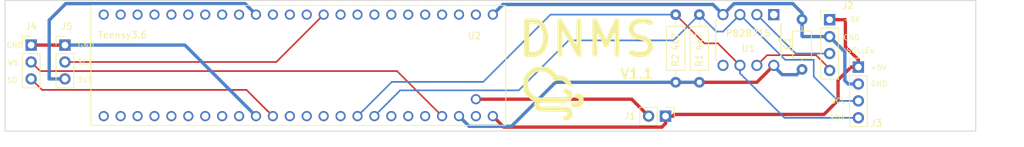
<source format=kicad_pcb>
(kicad_pcb (version 20171130) (host pcbnew "(5.1.2)-2")

  (general
    (thickness 1.6)
    (drawings 21)
    (tracks 96)
    (zones 0)
    (modules 13)
    (nets 52)
  )

  (page A4)
  (title_block
    (title "DNMS - Digital Noise Maesurement Sensor")
    (date 2019-06-09)
    (rev 0.9.0)
  )

  (layers
    (0 F.Cu signal)
    (31 B.Cu signal)
    (32 B.Adhes user)
    (33 F.Adhes user)
    (34 B.Paste user)
    (35 F.Paste user)
    (36 B.SilkS user)
    (37 F.SilkS user)
    (38 B.Mask user)
    (39 F.Mask user)
    (40 Dwgs.User user)
    (41 Cmts.User user)
    (42 Eco1.User user)
    (43 Eco2.User user)
    (44 Edge.Cuts user)
    (45 Margin user)
    (46 B.CrtYd user)
    (47 F.CrtYd user)
    (48 B.Fab user)
    (49 F.Fab user)
  )

  (setup
    (last_trace_width 0.5)
    (user_trace_width 0.5)
    (trace_clearance 0.2)
    (zone_clearance 0.508)
    (zone_45_only no)
    (trace_min 0.2)
    (via_size 0.8)
    (via_drill 0.4)
    (via_min_size 0.4)
    (via_min_drill 0.3)
    (uvia_size 0.3)
    (uvia_drill 0.1)
    (uvias_allowed no)
    (uvia_min_size 0.2)
    (uvia_min_drill 0.1)
    (edge_width 0.05)
    (segment_width 0.2)
    (pcb_text_width 0.3)
    (pcb_text_size 1.5 1.5)
    (mod_edge_width 0.12)
    (mod_text_size 1 1)
    (mod_text_width 0.15)
    (pad_size 1.524 1.524)
    (pad_drill 0.762)
    (pad_to_mask_clearance 0.051)
    (solder_mask_min_width 0.25)
    (aux_axis_origin 60.8584 94.1832)
    (visible_elements 7FFFFFFF)
    (pcbplotparams
      (layerselection 0x010fc_ffffffff)
      (usegerberextensions false)
      (usegerberattributes false)
      (usegerberadvancedattributes false)
      (creategerberjobfile false)
      (excludeedgelayer true)
      (linewidth 0.100000)
      (plotframeref false)
      (viasonmask false)
      (mode 1)
      (useauxorigin false)
      (hpglpennumber 1)
      (hpglpenspeed 20)
      (hpglpendiameter 15.000000)
      (psnegative false)
      (psa4output false)
      (plotreference true)
      (plotvalue true)
      (plotinvisibletext false)
      (padsonsilk false)
      (subtractmaskfromsilk false)
      (outputformat 1)
      (mirror false)
      (drillshape 0)
      (scaleselection 1)
      (outputdirectory "Gerber/"))
  )

  (net 0 "")
  (net 1 GND)
  (net 2 +3V3)
  (net 3 "Net-(J1-Pad2)")
  (net 4 +5V)
  (net 5 SDA_Ex)
  (net 6 SCL_Ex)
  (net 7 SDA)
  (net 8 SCL)
  (net 9 SD)
  (net 10 WS)
  (net 11 SCK)
  (net 12 "Net-(U1-Pad5)")
  (net 13 "Net-(U1-Pad1)")
  (net 14 "Net-(U2-Pad0)")
  (net 15 "Net-(U2-Pad1)")
  (net 16 "Net-(U2-Pad2)")
  (net 17 "Net-(U2-Pad3)")
  (net 18 "Net-(U2-Pad4)")
  (net 19 "Net-(U2-Pad5)")
  (net 20 "Net-(U2-Pad6)")
  (net 21 "Net-(U2-Pad7)")
  (net 22 "Net-(U2-Pad8)")
  (net 23 "Net-(U2-Pad10)")
  (net 24 "Net-(U2-Pad11)")
  (net 25 "Net-(U2-Pad12)")
  (net 26 "Net-(U2-Pad24)")
  (net 27 "Net-(U2-Pad14)")
  (net 28 "Net-(U2-Pad15)")
  (net 29 "Net-(U2-Pad16)")
  (net 30 "Net-(U2-Pad17)")
  (net 31 "Net-(U2-Pad20)")
  (net 32 "Net-(U2-Pad21)")
  (net 33 "Net-(U2-Pad22)")
  (net 34 "Net-(U2-PadAGND)")
  (net 35 "Net-(U2-Pad25)")
  (net 36 "Net-(U2-Pad26)")
  (net 37 "Net-(U2-Pad27)")
  (net 38 "Net-(U2-Pad28)")
  (net 39 "Net-(U2-Pad29)")
  (net 40 "Net-(U2-Pad30)")
  (net 41 "Net-(U2-Pad31)")
  (net 42 "Net-(U2-Pad32)")
  (net 43 "Net-(U2-PadA22)")
  (net 44 "Net-(U2-PadA21)")
  (net 45 "Net-(U2-Pad33)")
  (net 46 "Net-(U2-Pad34)")
  (net 47 "Net-(U2-Pad35)")
  (net 48 "Net-(U2-Pad36)")
  (net 49 "Net-(U2-Pad37)")
  (net 50 "Net-(U2-Pad38)")
  (net 51 "Net-(U2-Pad39)")

  (net_class Default "Dies ist die voreingestellte Netzklasse."
    (clearance 0.2)
    (trace_width 0.25)
    (via_dia 0.8)
    (via_drill 0.4)
    (uvia_dia 0.3)
    (uvia_drill 0.1)
    (add_net +3V3)
    (add_net +5V)
    (add_net GND)
    (add_net "Net-(J1-Pad2)")
    (add_net "Net-(U1-Pad1)")
    (add_net "Net-(U1-Pad5)")
    (add_net "Net-(U2-Pad0)")
    (add_net "Net-(U2-Pad1)")
    (add_net "Net-(U2-Pad10)")
    (add_net "Net-(U2-Pad11)")
    (add_net "Net-(U2-Pad12)")
    (add_net "Net-(U2-Pad14)")
    (add_net "Net-(U2-Pad15)")
    (add_net "Net-(U2-Pad16)")
    (add_net "Net-(U2-Pad17)")
    (add_net "Net-(U2-Pad2)")
    (add_net "Net-(U2-Pad20)")
    (add_net "Net-(U2-Pad21)")
    (add_net "Net-(U2-Pad22)")
    (add_net "Net-(U2-Pad24)")
    (add_net "Net-(U2-Pad25)")
    (add_net "Net-(U2-Pad26)")
    (add_net "Net-(U2-Pad27)")
    (add_net "Net-(U2-Pad28)")
    (add_net "Net-(U2-Pad29)")
    (add_net "Net-(U2-Pad3)")
    (add_net "Net-(U2-Pad30)")
    (add_net "Net-(U2-Pad31)")
    (add_net "Net-(U2-Pad32)")
    (add_net "Net-(U2-Pad33)")
    (add_net "Net-(U2-Pad34)")
    (add_net "Net-(U2-Pad35)")
    (add_net "Net-(U2-Pad36)")
    (add_net "Net-(U2-Pad37)")
    (add_net "Net-(U2-Pad38)")
    (add_net "Net-(U2-Pad39)")
    (add_net "Net-(U2-Pad4)")
    (add_net "Net-(U2-Pad5)")
    (add_net "Net-(U2-Pad6)")
    (add_net "Net-(U2-Pad7)")
    (add_net "Net-(U2-Pad8)")
    (add_net "Net-(U2-PadA21)")
    (add_net "Net-(U2-PadA22)")
    (add_net "Net-(U2-PadAGND)")
    (add_net SCK)
    (add_net SCL)
    (add_net SCL_Ex)
    (add_net SD)
    (add_net SDA)
    (add_net SDA_Ex)
    (add_net WS)
  )

  (module Teensy3.6:Teensy3.6 (layer F.Cu) (tedit 5CFF84C8) (tstamp 5CFE477A)
    (at 104.88262 84.328 270)
    (path /5CFA9E92)
    (fp_text reference U2 (at -4.445 -26.43538 180) (layer F.SilkS)
      (effects (font (size 1 1) (thickness 0.15)))
    )
    (fp_text value Teensy3.6 (at -4.572 26.39662) (layer F.SilkS)
      (effects (font (size 1 1) (thickness 0.15)))
    )
    (fp_line (start -9 31.15) (end -9 -31.15) (layer Eco2.User) (width 0.127))
    (fp_line (start -9 -31.15) (end 9 -31.15) (layer Eco2.User) (width 0.127))
    (fp_line (start 9 -31.15) (end 9 31.15) (layer Eco2.User) (width 0.127))
    (fp_line (start 9 31.15) (end -9 31.15) (layer Eco2.User) (width 0.127))
    (fp_line (start -9 -31.15) (end -9 31.15) (layer F.SilkS) (width 0.127))
    (fp_line (start -9 31.15) (end 9 31.15) (layer F.SilkS) (width 0.127))
    (fp_line (start 9 31.15) (end 9 -31.15) (layer F.SilkS) (width 0.127))
    (fp_line (start 9 -31.15) (end -9 -31.15) (layer F.SilkS) (width 0.127))
    (fp_line (start -9.25 -31.4) (end 9.25 -31.4) (layer Eco1.User) (width 0.05))
    (fp_line (start 9.25 -31.4) (end 9.25 31.4) (layer Eco1.User) (width 0.05))
    (fp_line (start 9.25 31.4) (end -9.25 31.4) (layer Eco1.User) (width 0.05))
    (fp_line (start -9.25 31.4) (end -9.25 -31.4) (layer Eco1.User) (width 0.05))
    (fp_line (start -3.5 -31.1) (end -3.5 -28.4) (layer Eco2.User) (width 0.1524))
    (fp_line (start -3.5 -28.4) (end 3.4 -28.4) (layer Eco2.User) (width 0.1524))
    (fp_line (start 3.4 -28.4) (end 3.5 -28.4) (layer F.SilkS) (width 0.1524))
    (fp_line (start 3.5 -28.4) (end 3.5 -31.1) (layer Eco2.User) (width 0.1524))
    (pad GND_1 thru_hole circle (at -7.62 -29.21 270) (size 1.53 1.53) (drill 1.02) (layers *.Cu *.Mask)
      (net 1 GND))
    (pad 0 thru_hole circle (at -7.62 -26.67 270) (size 1.53 1.53) (drill 1.02) (layers *.Cu *.Mask)
      (net 14 "Net-(U2-Pad0)"))
    (pad 1 thru_hole circle (at -7.62 -24.13 270) (size 1.53 1.53) (drill 1.02) (layers *.Cu *.Mask)
      (net 15 "Net-(U2-Pad1)"))
    (pad 2 thru_hole circle (at -7.62 -21.59 270) (size 1.53 1.53) (drill 1.02) (layers *.Cu *.Mask)
      (net 16 "Net-(U2-Pad2)"))
    (pad 3 thru_hole circle (at -7.62 -19.05 270) (size 1.53 1.53) (drill 1.02) (layers *.Cu *.Mask)
      (net 17 "Net-(U2-Pad3)"))
    (pad 4 thru_hole circle (at -7.62 -16.51 270) (size 1.53 1.53) (drill 1.02) (layers *.Cu *.Mask)
      (net 18 "Net-(U2-Pad4)"))
    (pad 5 thru_hole circle (at -7.62 -13.97 270) (size 1.53 1.53) (drill 1.02) (layers *.Cu *.Mask)
      (net 19 "Net-(U2-Pad5)"))
    (pad 6 thru_hole circle (at -7.62 -11.43 270) (size 1.53 1.53) (drill 1.02) (layers *.Cu *.Mask)
      (net 20 "Net-(U2-Pad6)"))
    (pad 7 thru_hole circle (at -7.62 -8.89 270) (size 1.53 1.53) (drill 1.02) (layers *.Cu *.Mask)
      (net 21 "Net-(U2-Pad7)"))
    (pad 8 thru_hole circle (at -7.62 -6.35 270) (size 1.53 1.53) (drill 1.02) (layers *.Cu *.Mask)
      (net 22 "Net-(U2-Pad8)"))
    (pad 9 thru_hole circle (at -7.62 -3.81 270) (size 1.53 1.53) (drill 1.02) (layers *.Cu *.Mask)
      (net 11 SCK))
    (pad 10 thru_hole circle (at -7.62 -1.27 270) (size 1.53 1.53) (drill 1.02) (layers *.Cu *.Mask)
      (net 23 "Net-(U2-Pad10)"))
    (pad 11 thru_hole circle (at -7.62 1.27 270) (size 1.53 1.53) (drill 1.02) (layers *.Cu *.Mask)
      (net 24 "Net-(U2-Pad11)"))
    (pad 12 thru_hole circle (at -7.62 3.81 270) (size 1.53 1.53) (drill 1.02) (layers *.Cu *.Mask)
      (net 25 "Net-(U2-Pad12)"))
    (pad 3V3_1 thru_hole circle (at -7.62 6.35 270) (size 1.53 1.53) (drill 1.02) (layers *.Cu *.Mask)
      (net 2 +3V3))
    (pad 24 thru_hole circle (at -7.62 8.89 270) (size 1.53 1.53) (drill 1.02) (layers *.Cu *.Mask)
      (net 26 "Net-(U2-Pad24)"))
    (pad 13 thru_hole circle (at 7.62 3.81 270) (size 1.53 1.53) (drill 1.02) (layers *.Cu *.Mask)
      (net 9 SD))
    (pad 14 thru_hole circle (at 7.62 1.27 270) (size 1.53 1.53) (drill 1.02) (layers *.Cu *.Mask)
      (net 27 "Net-(U2-Pad14)"))
    (pad 15 thru_hole circle (at 7.62 -1.27 270) (size 1.53 1.53) (drill 1.02) (layers *.Cu *.Mask)
      (net 28 "Net-(U2-Pad15)"))
    (pad 16 thru_hole circle (at 7.62 -3.81 270) (size 1.53 1.53) (drill 1.02) (layers *.Cu *.Mask)
      (net 29 "Net-(U2-Pad16)"))
    (pad 17 thru_hole circle (at 7.62 -6.35 270) (size 1.53 1.53) (drill 1.02) (layers *.Cu *.Mask)
      (net 30 "Net-(U2-Pad17)"))
    (pad 18 thru_hole circle (at 7.62 -8.89 270) (size 1.53 1.53) (drill 1.02) (layers *.Cu *.Mask)
      (net 7 SDA))
    (pad 19 thru_hole circle (at 7.62 -11.43 270) (size 1.53 1.53) (drill 1.02) (layers *.Cu *.Mask)
      (net 8 SCL))
    (pad 20 thru_hole circle (at 7.62 -13.97 270) (size 1.53 1.53) (drill 1.02) (layers *.Cu *.Mask)
      (net 31 "Net-(U2-Pad20)"))
    (pad 21 thru_hole circle (at 7.62 -16.51 270) (size 1.53 1.53) (drill 1.02) (layers *.Cu *.Mask)
      (net 32 "Net-(U2-Pad21)"))
    (pad 22 thru_hole circle (at 7.62 -19.05 270) (size 1.53 1.53) (drill 1.02) (layers *.Cu *.Mask)
      (net 33 "Net-(U2-Pad22)"))
    (pad 23 thru_hole circle (at 7.62 -21.59 270) (size 1.53 1.53) (drill 1.02) (layers *.Cu *.Mask)
      (net 10 WS))
    (pad 3V3_2 thru_hole circle (at 7.62 -24.13 270) (size 1.53 1.53) (drill 1.02) (layers *.Cu *.Mask)
      (net 2 +3V3))
    (pad AGND thru_hole circle (at 7.62 -26.67 270) (size 1.53 1.53) (drill 1.02) (layers *.Cu *.Mask)
      (net 34 "Net-(U2-PadAGND)"))
    (pad VIN thru_hole circle (at 7.62 -29.21 270) (size 1.53 1.53) (drill 1.02) (layers *.Cu *.Mask)
      (net 4 +5V))
    (pad 25 thru_hole circle (at -7.62 11.43 270) (size 1.53 1.53) (drill 1.02) (layers *.Cu *.Mask)
      (net 35 "Net-(U2-Pad25)"))
    (pad 26 thru_hole circle (at -7.62 13.97 270) (size 1.53 1.53) (drill 1.02) (layers *.Cu *.Mask)
      (net 36 "Net-(U2-Pad26)"))
    (pad 27 thru_hole circle (at -7.62 16.51 270) (size 1.53 1.53) (drill 1.02) (layers *.Cu *.Mask)
      (net 37 "Net-(U2-Pad27)"))
    (pad 28 thru_hole circle (at -7.62 19.05 270) (size 1.53 1.53) (drill 1.02) (layers *.Cu *.Mask)
      (net 38 "Net-(U2-Pad28)"))
    (pad 29 thru_hole circle (at -7.62 21.59 270) (size 1.53 1.53) (drill 1.02) (layers *.Cu *.Mask)
      (net 39 "Net-(U2-Pad29)"))
    (pad 30 thru_hole circle (at -7.62 24.13 270) (size 1.53 1.53) (drill 1.02) (layers *.Cu *.Mask)
      (net 40 "Net-(U2-Pad30)"))
    (pad 31 thru_hole circle (at -7.62 26.67 270) (size 1.53 1.53) (drill 1.02) (layers *.Cu *.Mask)
      (net 41 "Net-(U2-Pad31)"))
    (pad 32 thru_hole circle (at -7.62 29.21 270) (size 1.53 1.53) (drill 1.02) (layers *.Cu *.Mask)
      (net 42 "Net-(U2-Pad32)"))
    (pad GND_2 thru_hole circle (at 7.62 6.35 270) (size 1.53 1.53) (drill 1.02) (layers *.Cu *.Mask)
      (net 1 GND))
    (pad A22 thru_hole circle (at 7.62 8.89 270) (size 1.53 1.53) (drill 1.02) (layers *.Cu *.Mask)
      (net 43 "Net-(U2-PadA22)"))
    (pad A21 thru_hole circle (at 7.62 11.43 270) (size 1.53 1.53) (drill 1.02) (layers *.Cu *.Mask)
      (net 44 "Net-(U2-PadA21)"))
    (pad 33 thru_hole circle (at 7.62 29.21 270) (size 1.53 1.53) (drill 1.02) (layers *.Cu *.Mask)
      (net 45 "Net-(U2-Pad33)"))
    (pad 34 thru_hole circle (at 7.62 26.67 270) (size 1.53 1.53) (drill 1.02) (layers *.Cu *.Mask)
      (net 46 "Net-(U2-Pad34)"))
    (pad 35 thru_hole circle (at 7.62 24.13 270) (size 1.53 1.53) (drill 1.02) (layers *.Cu *.Mask)
      (net 47 "Net-(U2-Pad35)"))
    (pad 36 thru_hole circle (at 7.62 21.59 270) (size 1.53 1.53) (drill 1.02) (layers *.Cu *.Mask)
      (net 48 "Net-(U2-Pad36)"))
    (pad 37 thru_hole circle (at 7.62 19.05 270) (size 1.53 1.53) (drill 1.02) (layers *.Cu *.Mask)
      (net 49 "Net-(U2-Pad37)"))
    (pad 38 thru_hole circle (at 7.62 16.51 270) (size 1.53 1.53) (drill 1.02) (layers *.Cu *.Mask)
      (net 50 "Net-(U2-Pad38)"))
    (pad 39 thru_hole circle (at 7.62 13.97 270) (size 1.53 1.53) (drill 1.02) (layers *.Cu *.Mask)
      (net 51 "Net-(U2-Pad39)"))
    (pad VUSB thru_hole circle (at 5.08 -26.67 270) (size 1.524 1.524) (drill 1.02) (layers *.Cu *.Mask)
      (net 3 "Net-(J1-Pad2)"))
  )

  (module Capacitor_THT:C_Axial_L3.8mm_D2.6mm_P7.50mm_Horizontal (layer F.Cu) (tedit 5AE50EF0) (tstamp 5CFE465A)
    (at 180.5178 84.9376 90)
    (descr "C, Axial series, Axial, Horizontal, pin pitch=7.5mm, , length*diameter=3.8*2.6mm^2, http://www.vishay.com/docs/45231/arseries.pdf")
    (tags "C Axial series Axial Horizontal pin pitch 7.5mm  length 3.8mm diameter 2.6mm")
    (path /5CFC928F)
    (fp_text reference C1 (at 3.9116 -2.2098 90) (layer F.SilkS)
      (effects (font (size 1 1) (thickness 0.15)))
    )
    (fp_text value 100nF (at 3.75 2.42 90) (layer F.Fab)
      (effects (font (size 1 1) (thickness 0.15)))
    )
    (fp_text user %R (at 3.75 0 90) (layer F.Fab)
      (effects (font (size 0.76 0.76) (thickness 0.114)))
    )
    (fp_line (start 8.55 -1.55) (end -1.05 -1.55) (layer F.CrtYd) (width 0.05))
    (fp_line (start 8.55 1.55) (end 8.55 -1.55) (layer F.CrtYd) (width 0.05))
    (fp_line (start -1.05 1.55) (end 8.55 1.55) (layer F.CrtYd) (width 0.05))
    (fp_line (start -1.05 -1.55) (end -1.05 1.55) (layer F.CrtYd) (width 0.05))
    (fp_line (start 6.46 0) (end 5.77 0) (layer F.SilkS) (width 0.12))
    (fp_line (start 1.04 0) (end 1.73 0) (layer F.SilkS) (width 0.12))
    (fp_line (start 5.77 -1.42) (end 1.73 -1.42) (layer F.SilkS) (width 0.12))
    (fp_line (start 5.77 1.42) (end 5.77 -1.42) (layer F.SilkS) (width 0.12))
    (fp_line (start 1.73 1.42) (end 5.77 1.42) (layer F.SilkS) (width 0.12))
    (fp_line (start 1.73 -1.42) (end 1.73 1.42) (layer F.SilkS) (width 0.12))
    (fp_line (start 7.5 0) (end 5.65 0) (layer F.Fab) (width 0.1))
    (fp_line (start 0 0) (end 1.85 0) (layer F.Fab) (width 0.1))
    (fp_line (start 5.65 -1.3) (end 1.85 -1.3) (layer F.Fab) (width 0.1))
    (fp_line (start 5.65 1.3) (end 5.65 -1.3) (layer F.Fab) (width 0.1))
    (fp_line (start 1.85 1.3) (end 5.65 1.3) (layer F.Fab) (width 0.1))
    (fp_line (start 1.85 -1.3) (end 1.85 1.3) (layer F.Fab) (width 0.1))
    (pad 2 thru_hole oval (at 7.5 0 90) (size 1.6 1.6) (drill 0.8) (layers *.Cu *.Mask)
      (net 1 GND))
    (pad 1 thru_hole circle (at 0 0 90) (size 1.6 1.6) (drill 0.8) (layers *.Cu *.Mask)
      (net 2 +3V3))
    (model ${KISYS3DMOD}/Capacitor_THT.3dshapes/C_Axial_L3.8mm_D2.6mm_P7.50mm_Horizontal.wrl
      (at (xyz 0 0 0))
      (scale (xyz 1 1 1))
      (rotate (xyz 0 0 0))
    )
  )

  (module "logos eigene:logo luftdaten.info" (layer F.Cu) (tedit 0) (tstamp 5D0421AC)
    (at 143.1798 88.5698)
    (fp_text reference G*** (at 0 0) (layer F.SilkS) hide
      (effects (font (size 1.524 1.524) (thickness 0.3)))
    )
    (fp_text value LOGO (at 0.75 0) (layer F.SilkS) hide
      (effects (font (size 1.524 1.524) (thickness 0.3)))
    )
    (fp_poly (pts (xy 3.755629 -0.03606) (xy 3.871683 0.002212) (xy 4.097614 0.110327) (xy 4.27774 0.249729)
      (xy 4.426716 0.4323) (xy 4.453253 0.473728) (xy 4.487682 0.540871) (xy 4.51058 0.619788)
      (xy 4.525016 0.726784) (xy 4.53406 0.878168) (xy 4.535286 0.909596) (xy 4.537266 1.113001)
      (xy 4.523232 1.270547) (xy 4.488965 1.398772) (xy 4.430247 1.514211) (xy 4.354285 1.61925)
      (xy 4.273477 1.716965) (xy 4.206338 1.784904) (xy 4.131735 1.840592) (xy 4.028534 1.901555)
      (xy 3.984625 1.925804) (xy 3.916944 1.960762) (xy 3.854035 1.985235) (xy 3.782166 2.001411)
      (xy 3.687606 2.011476) (xy 3.556626 2.017619) (xy 3.381375 2.021907) (xy 3.214459 2.023229)
      (xy 3.065978 2.020556) (xy 2.949677 2.014413) (xy 2.879303 2.005325) (xy 2.869822 2.002375)
      (xy 2.766293 1.926587) (xy 2.696847 1.812856) (xy 2.665267 1.679046) (xy 2.675339 1.54302)
      (xy 2.730848 1.422644) (xy 2.743613 1.406707) (xy 2.779182 1.368688) (xy 2.817056 1.342664)
      (xy 2.870169 1.325585) (xy 2.951458 1.314403) (xy 3.073859 1.306066) (xy 3.196051 1.300052)
      (xy 3.411253 1.285932) (xy 3.570859 1.263741) (xy 3.682656 1.229282) (xy 3.754431 1.178355)
      (xy 3.793968 1.106763) (xy 3.809054 1.010307) (xy 3.81 0.969019) (xy 3.783001 0.849033)
      (xy 3.711114 0.755944) (xy 3.608001 0.704322) (xy 3.556326 0.6985) (xy 3.456787 0.680598)
      (xy 3.37232 0.64295) (xy 3.261692 0.556816) (xy 3.20078 0.464004) (xy 3.177515 0.343179)
      (xy 3.176056 0.295999) (xy 3.179689 0.19416) (xy 3.200443 0.128176) (xy 3.250616 0.070586)
      (xy 3.293359 0.034061) (xy 3.424075 -0.040845) (xy 3.575947 -0.064097) (xy 3.755629 -0.03606)) (layer F.SilkS) (width 0.01))
    (fp_poly (pts (xy -1.565841 -4.056015) (xy -1.317239 -4.033177) (xy -1.102881 -3.99716) (xy -0.934086 -3.949639)
      (xy -0.867104 -3.920432) (xy -0.797179 -3.887719) (xy -0.752941 -3.873703) (xy -0.752584 -3.873696)
      (xy -0.715556 -3.858675) (xy -0.637565 -3.818604) (xy -0.532343 -3.760689) (xy -0.475401 -3.72821)
      (xy -0.253398 -3.580766) (xy -0.030355 -3.398154) (xy 0.175131 -3.197431) (xy 0.34446 -2.995651)
      (xy 0.383087 -2.940949) (xy 0.519954 -2.737653) (xy 0.823539 -2.739073) (xy 1.014446 -2.733309)
      (xy 1.20223 -2.715883) (xy 1.370061 -2.689217) (xy 1.501108 -2.655731) (xy 1.553857 -2.634019)
      (xy 1.610256 -2.606371) (xy 1.69982 -2.56433) (xy 1.757984 -2.537605) (xy 1.837339 -2.494252)
      (xy 1.940192 -2.42819) (xy 2.054325 -2.348565) (xy 2.167518 -2.264525) (xy 2.267553 -2.185219)
      (xy 2.342211 -2.119793) (xy 2.379273 -2.077397) (xy 2.38125 -2.070981) (xy 2.40089 -2.033861)
      (xy 2.448955 -1.974336) (xy 2.45675 -1.965803) (xy 2.521468 -1.880933) (xy 2.597253 -1.759371)
      (xy 2.674097 -1.62) (xy 2.741994 -1.481701) (xy 2.790935 -1.363357) (xy 2.808698 -1.30175)
      (xy 2.833377 -1.203367) (xy 2.86406 -1.120519) (xy 2.864688 -1.119236) (xy 2.886783 -1.054635)
      (xy 2.867193 -1.030406) (xy 2.802934 -1.046014) (xy 2.708902 -1.091298) (xy 2.53708 -1.178586)
      (xy 2.398713 -1.237767) (xy 2.274544 -1.27614) (xy 2.162556 -1.29836) (xy 2.041375 -1.327808)
      (xy 1.966039 -1.374101) (xy 1.94397 -1.400486) (xy 1.810212 -1.570327) (xy 1.660971 -1.709484)
      (xy 1.480606 -1.83019) (xy 1.253473 -1.944683) (xy 1.241223 -1.950189) (xy 1.17739 -1.964837)
      (xy 1.068048 -1.976347) (xy 0.931167 -1.983173) (xy 0.844348 -1.984375) (xy 0.670975 -1.980877)
      (xy 0.537741 -1.96662) (xy 0.421488 -1.935964) (xy 0.29906 -1.883267) (xy 0.185601 -1.823898)
      (xy 0.114318 -1.787958) (xy 0.079266 -1.790568) (xy 0.061894 -1.8412) (xy 0.053405 -1.891403)
      (xy 0.01843 -2.014279) (xy -0.047127 -2.167826) (xy -0.133581 -2.333613) (xy -0.231245 -2.493214)
      (xy -0.330431 -2.6282) (xy -0.339618 -2.639117) (xy -0.510617 -2.816014) (xy -0.702193 -2.975248)
      (xy -0.894285 -3.100954) (xy -0.976772 -3.142915) (xy -1.07413 -3.187951) (xy -1.153631 -3.226032)
      (xy -1.180027 -3.239382) (xy -1.280464 -3.274188) (xy -1.42871 -3.301735) (xy -1.609323 -3.320406)
      (xy -1.806865 -3.328584) (xy -1.997896 -3.325072) (xy -2.305222 -3.290357) (xy -2.576341 -3.216353)
      (xy -2.828832 -3.097527) (xy -2.940375 -3.028412) (xy -3.061828 -2.935862) (xy -3.194129 -2.815978)
      (xy -3.322256 -2.684331) (xy -3.431189 -2.556494) (xy -3.505907 -2.448037) (xy -3.513079 -2.434708)
      (xy -3.552731 -2.363105) (xy -3.582016 -2.320158) (xy -3.584541 -2.31775) (xy -3.610798 -2.275609)
      (xy -3.64871 -2.190338) (xy -3.691605 -2.079605) (xy -3.732813 -1.961079) (xy -3.765663 -1.852429)
      (xy -3.776329 -1.80975) (xy -3.795904 -1.679014) (xy -3.805599 -1.516921) (xy -3.806202 -1.338013)
      (xy -3.798498 -1.156836) (xy -3.783273 -0.987934) (xy -3.761314 -0.845849) (xy -3.733405 -0.745126)
      (xy -3.717138 -0.714375) (xy -3.690876 -0.665198) (xy -3.656907 -0.585669) (xy -3.651436 -0.5715)
      (xy -3.540224 -0.350186) (xy -3.380036 -0.129409) (xy -3.183927 0.076703) (xy -2.964951 0.254024)
      (xy -2.788576 0.36226) (xy -2.700445 0.408342) (xy -2.620261 0.44814) (xy -2.542816 0.482114)
      (xy -2.462902 0.510726) (xy -2.375312 0.534436) (xy -2.27484 0.553704) (xy -2.156276 0.568992)
      (xy -2.014414 0.580759) (xy -1.844047 0.589466) (xy -1.639966 0.595575) (xy -1.396965 0.599545)
      (xy -1.109836 0.601837) (xy -0.773371 0.602912) (xy -0.382364 0.60323) (xy -0.064116 0.60325)
      (xy 1.959227 0.60325) (xy 2.043238 0.525391) (xy 2.101492 0.453931) (xy 2.124914 0.366812)
      (xy 2.12725 0.308675) (xy 2.104708 0.17746) (xy 2.034799 0.08526) (xy 1.914092 0.028537)
      (xy 1.841143 0.013471) (xy 1.683199 -0.04006) (xy 1.595437 -0.10547) (xy 1.531721 -0.174535)
      (xy 1.501541 -0.241854) (xy 1.493322 -0.336666) (xy 1.493306 -0.363416) (xy 1.510159 -0.504076)
      (xy 1.565616 -0.6062) (xy 1.67029 -0.686096) (xy 1.719859 -0.711514) (xy 1.781224 -0.737778)
      (xy 1.835582 -0.748651) (xy 1.902144 -0.743714) (xy 2.00012 -0.722548) (xy 2.074565 -0.703785)
      (xy 2.333759 -0.610198) (xy 2.545053 -0.475379) (xy 2.707162 -0.300966) (xy 2.818799 -0.088597)
      (xy 2.878679 0.160088) (xy 2.88925 0.334133) (xy 2.885967 0.457824) (xy 2.877226 0.555527)
      (xy 2.864688 0.611179) (xy 2.859942 0.617615) (xy 2.83227 0.659272) (xy 2.811117 0.724594)
      (xy 2.771092 0.81351) (xy 2.692742 0.922665) (xy 2.590162 1.03646) (xy 2.477445 1.139293)
      (xy 2.368687 1.215565) (xy 2.366352 1.216878) (xy 2.311647 1.246207) (xy 2.256877 1.271398)
      (xy 2.196981 1.292768) (xy 2.126896 1.310628) (xy 2.041559 1.325293) (xy 1.935909 1.337076)
      (xy 1.804881 1.346291) (xy 1.643414 1.353251) (xy 1.446444 1.358271) (xy 1.208911 1.361663)
      (xy 0.92575 1.363742) (xy 0.591899 1.36482) (xy 0.202297 1.365213) (xy -0.028677 1.36525)
      (xy -1.959228 1.36525) (xy -2.043239 1.443108) (xy -2.109953 1.544723) (xy -2.128818 1.668151)
      (xy -2.098854 1.792361) (xy -2.062309 1.851995) (xy -1.997368 1.934555) (xy 0.057003 1.94359)
      (xy 2.111375 1.952625) (xy 2.309076 2.059087) (xy 2.526516 2.207762) (xy 2.695536 2.388592)
      (xy 2.81486 2.593483) (xy 2.883212 2.81434) (xy 2.899316 3.043068) (xy 2.861895 3.271571)
      (xy 2.769673 3.491756) (xy 2.621373 3.695527) (xy 2.574675 3.74365) (xy 2.416079 3.871883)
      (xy 2.245211 3.9531) (xy 2.045842 3.993382) (xy 1.889409 4.0005) (xy 1.767311 3.998186)
      (xy 1.688915 3.987488) (xy 1.634481 3.962769) (xy 1.58427 3.918391) (xy 1.577565 3.91145)
      (xy 1.522319 3.839521) (xy 1.497264 3.75818) (xy 1.49225 3.66339) (xy 1.511236 3.528784)
      (xy 1.572601 3.426203) (xy 1.682949 3.348851) (xy 1.848886 3.289931) (xy 1.857375 3.287706)
      (xy 1.965206 3.253029) (xy 2.050309 3.213518) (xy 2.087562 3.184724) (xy 2.115913 3.109006)
      (xy 2.12617 3.002284) (xy 2.11761 2.894634) (xy 2.09617 2.827002) (xy 2.079926 2.801369)
      (xy 2.057568 2.779392) (xy 2.024417 2.76079) (xy 1.975794 2.745282) (xy 1.90702 2.73259)
      (xy 1.813416 2.722432) (xy 1.690303 2.714528) (xy 1.533001 2.708598) (xy 1.336833 2.704363)
      (xy 1.097118 2.701541) (xy 0.809179 2.699853) (xy 0.468335 2.699019) (xy 0.069908 2.698758)
      (xy -0.045693 2.69875) (xy -0.469082 2.698649) (xy -0.83396 2.698054) (xy -1.145318 2.696521)
      (xy -1.408144 2.693608) (xy -1.627428 2.688871) (xy -1.80816 2.681868) (xy -1.95533 2.672157)
      (xy -2.073925 2.659294) (xy -2.168937 2.642837) (xy -2.245355 2.622343) (xy -2.308168 2.59737)
      (xy -2.362366 2.567475) (xy -2.412938 2.532215) (xy -2.464874 2.491148) (xy -2.474579 2.483246)
      (xy -2.614241 2.361804) (xy -2.709305 2.258787) (xy -2.770444 2.161354) (xy -2.796862 2.0955)
      (xy -2.828424 2.013607) (xy -2.857924 1.958363) (xy -2.861336 1.954212) (xy -2.879525 1.901053)
      (xy -2.888546 1.803403) (xy -2.889017 1.679513) (xy -2.881557 1.547632) (xy -2.866785 1.426013)
      (xy -2.84532 1.332905) (xy -2.839766 1.31807) (xy -2.811001 1.242515) (xy -2.799149 1.19737)
      (xy -2.800078 1.192684) (xy -2.832012 1.176786) (xy -2.903897 1.143195) (xy -2.968625 1.113552)
      (xy -3.223259 0.977037) (xy -3.477749 0.802989) (xy -3.716669 0.604248) (xy -3.924595 0.393653)
      (xy -4.086103 0.184045) (xy -4.087065 0.182563) (xy -4.140394 0.102043) (xy -4.179727 0.045836)
      (xy -4.191025 0.03175) (xy -4.212073 -0.003151) (xy -4.251075 -0.078989) (xy -4.297335 -0.174625)
      (xy -4.348713 -0.282521) (xy -4.39312 -0.373902) (xy -4.418163 -0.423598) (xy -4.45749 -0.53336)
      (xy -4.489841 -0.693235) (xy -4.514613 -0.890157) (xy -4.531199 -1.111059) (xy -4.538996 -1.342876)
      (xy -4.537398 -1.57254) (xy -4.5258 -1.786987) (xy -4.503598 -1.973148) (xy -4.492623 -2.03201)
      (xy -4.388724 -2.376927) (xy -4.227775 -2.709983) (xy -4.016081 -3.023636) (xy -3.759947 -3.31034)
      (xy -3.465675 -3.562553) (xy -3.139572 -3.77273) (xy -2.964491 -3.86064) (xy -2.746098 -3.947217)
      (xy -2.521146 -4.007765) (xy -2.27381 -4.045139) (xy -1.988269 -4.062193) (xy -1.837369 -4.064001)
      (xy -1.565841 -4.056015)) (layer F.SilkS) (width 0.01))
  )

  (module MountingHole:MountingHole_2.7mm_M2.5 (layer F.Cu) (tedit 56D1B4CB) (tstamp 5D016E41)
    (at 203.6496 89.0524)
    (descr "Mounting Hole 2.7mm, no annular, M2.5")
    (tags "mounting hole 2.7mm no annular m2.5")
    (attr virtual)
    (fp_text reference REF2 (at 0 -3.7) (layer F.Fab) hide
      (effects (font (size 1 1) (thickness 0.15)))
    )
    (fp_text value MountingHole_2.7mm_M2.5 (at 0 3.7) (layer F.Fab)
      (effects (font (size 1 1) (thickness 0.15)))
    )
    (fp_circle (center 0 0) (end 2.95 0) (layer F.CrtYd) (width 0.05))
    (fp_circle (center 0 0) (end 2.7 0) (layer Cmts.User) (width 0.15))
    (fp_text user %R (at 0.3 0) (layer F.Fab)
      (effects (font (size 1 1) (thickness 0.15)))
    )
    (pad 1 np_thru_hole circle (at 0 0) (size 2.7 2.7) (drill 2.7) (layers *.Cu *.Mask))
  )

  (module MountingHole:MountingHole_2.7mm_M2.5 (layer F.Cu) (tedit 56D1B4CB) (tstamp 5D016E24)
    (at 203.6496 77.9018)
    (descr "Mounting Hole 2.7mm, no annular, M2.5")
    (tags "mounting hole 2.7mm no annular m2.5")
    (attr virtual)
    (fp_text reference REF1 (at 0 -3.7) (layer F.Fab) hide
      (effects (font (size 1 1) (thickness 0.15)))
    )
    (fp_text value MountingHole_2.7mm_M2.5 (at 0 3.7) (layer F.Fab)
      (effects (font (size 1 1) (thickness 0.15)))
    )
    (fp_circle (center 0 0) (end 2.95 0) (layer F.CrtYd) (width 0.05))
    (fp_circle (center 0 0) (end 2.7 0) (layer Cmts.User) (width 0.15))
    (fp_text user %R (at 0.4826 0) (layer F.Fab)
      (effects (font (size 1 1) (thickness 0.15)))
    )
    (pad 1 np_thru_hole circle (at 0 0) (size 2.7 2.7) (drill 2.7) (layers *.Cu *.Mask))
  )

  (module Connector_PinHeader_2.54mm:PinHeader_1x03_P2.54mm_Vertical (layer F.Cu) (tedit 59FED5CC) (tstamp 5CFE46CE)
    (at 69.85 81.28)
    (descr "Through hole straight pin header, 1x03, 2.54mm pitch, single row")
    (tags "Through hole pin header THT 1x03 2.54mm single row")
    (path /5CFC099C)
    (fp_text reference J5 (at 0.254 -2.794) (layer F.SilkS)
      (effects (font (size 1 1) (thickness 0.15)))
    )
    (fp_text value Conn_01x03 (at 0 7.41) (layer F.Fab)
      (effects (font (size 1 1) (thickness 0.15)))
    )
    (fp_text user %R (at 0 2.54 90) (layer F.Fab)
      (effects (font (size 1 1) (thickness 0.15)))
    )
    (fp_line (start 1.8 -1.8) (end -1.8 -1.8) (layer F.CrtYd) (width 0.05))
    (fp_line (start 1.8 6.85) (end 1.8 -1.8) (layer F.CrtYd) (width 0.05))
    (fp_line (start -1.8 6.85) (end 1.8 6.85) (layer F.CrtYd) (width 0.05))
    (fp_line (start -1.8 -1.8) (end -1.8 6.85) (layer F.CrtYd) (width 0.05))
    (fp_line (start -1.33 -1.33) (end 0 -1.33) (layer F.SilkS) (width 0.12))
    (fp_line (start -1.33 0) (end -1.33 -1.33) (layer F.SilkS) (width 0.12))
    (fp_line (start -1.33 1.27) (end 1.33 1.27) (layer F.SilkS) (width 0.12))
    (fp_line (start 1.33 1.27) (end 1.33 6.41) (layer F.SilkS) (width 0.12))
    (fp_line (start -1.33 1.27) (end -1.33 6.41) (layer F.SilkS) (width 0.12))
    (fp_line (start -1.33 6.41) (end 1.33 6.41) (layer F.SilkS) (width 0.12))
    (fp_line (start -1.27 -0.635) (end -0.635 -1.27) (layer F.Fab) (width 0.1))
    (fp_line (start -1.27 6.35) (end -1.27 -0.635) (layer F.Fab) (width 0.1))
    (fp_line (start 1.27 6.35) (end -1.27 6.35) (layer F.Fab) (width 0.1))
    (fp_line (start 1.27 -1.27) (end 1.27 6.35) (layer F.Fab) (width 0.1))
    (fp_line (start -0.635 -1.27) (end 1.27 -1.27) (layer F.Fab) (width 0.1))
    (pad 3 thru_hole oval (at 0 5.08) (size 1.7 1.7) (drill 1) (layers *.Cu *.Mask)
      (net 2 +3V3))
    (pad 2 thru_hole oval (at 0 2.54) (size 1.7 1.7) (drill 1) (layers *.Cu *.Mask)
      (net 11 SCK))
    (pad 1 thru_hole rect (at 0 0) (size 1.7 1.7) (drill 1) (layers *.Cu *.Mask)
      (net 1 GND))
    (model ${KISYS3DMOD}/Connector_PinHeader_2.54mm.3dshapes/PinHeader_1x03_P2.54mm_Vertical.wrl
      (at (xyz 0 0 0))
      (scale (xyz 1 1 1))
      (rotate (xyz 0 0 0))
    )
  )

  (module Connector_PinHeader_2.54mm:PinHeader_1x03_P2.54mm_Vertical (layer F.Cu) (tedit 59FED5CC) (tstamp 5CFE46B7)
    (at 64.77 81.28)
    (descr "Through hole straight pin header, 1x03, 2.54mm pitch, single row")
    (tags "Through hole pin header THT 1x03 2.54mm single row")
    (path /5CFBB78C)
    (fp_text reference J4 (at 0 -2.794) (layer F.SilkS)
      (effects (font (size 1 1) (thickness 0.15)))
    )
    (fp_text value Conn_01x03 (at 0 7.41) (layer F.Fab)
      (effects (font (size 1 1) (thickness 0.15)))
    )
    (fp_text user %R (at 0 2.54 90) (layer F.Fab)
      (effects (font (size 1 1) (thickness 0.15)))
    )
    (fp_line (start 1.8 -1.8) (end -1.8 -1.8) (layer F.CrtYd) (width 0.05))
    (fp_line (start 1.8 6.85) (end 1.8 -1.8) (layer F.CrtYd) (width 0.05))
    (fp_line (start -1.8 6.85) (end 1.8 6.85) (layer F.CrtYd) (width 0.05))
    (fp_line (start -1.8 -1.8) (end -1.8 6.85) (layer F.CrtYd) (width 0.05))
    (fp_line (start -1.33 -1.33) (end 0 -1.33) (layer F.SilkS) (width 0.12))
    (fp_line (start -1.33 0) (end -1.33 -1.33) (layer F.SilkS) (width 0.12))
    (fp_line (start -1.33 1.27) (end 1.33 1.27) (layer F.SilkS) (width 0.12))
    (fp_line (start 1.33 1.27) (end 1.33 6.41) (layer F.SilkS) (width 0.12))
    (fp_line (start -1.33 1.27) (end -1.33 6.41) (layer F.SilkS) (width 0.12))
    (fp_line (start -1.33 6.41) (end 1.33 6.41) (layer F.SilkS) (width 0.12))
    (fp_line (start -1.27 -0.635) (end -0.635 -1.27) (layer F.Fab) (width 0.1))
    (fp_line (start -1.27 6.35) (end -1.27 -0.635) (layer F.Fab) (width 0.1))
    (fp_line (start 1.27 6.35) (end -1.27 6.35) (layer F.Fab) (width 0.1))
    (fp_line (start 1.27 -1.27) (end 1.27 6.35) (layer F.Fab) (width 0.1))
    (fp_line (start -0.635 -1.27) (end 1.27 -1.27) (layer F.Fab) (width 0.1))
    (pad 3 thru_hole oval (at 0 5.08) (size 1.7 1.7) (drill 1) (layers *.Cu *.Mask)
      (net 9 SD))
    (pad 2 thru_hole oval (at 0 2.54) (size 1.7 1.7) (drill 1) (layers *.Cu *.Mask)
      (net 10 WS))
    (pad 1 thru_hole rect (at 0 0) (size 1.7 1.7) (drill 1) (layers *.Cu *.Mask)
      (net 1 GND))
    (model ${KISYS3DMOD}/Connector_PinHeader_2.54mm.3dshapes/PinHeader_1x03_P2.54mm_Vertical.wrl
      (at (xyz 0 0 0))
      (scale (xyz 1 1 1))
      (rotate (xyz 0 0 0))
    )
  )

  (module Connector_PinHeader_2.54mm:PinHeader_1x04_P2.54mm_Vertical (layer F.Cu) (tedit 59FED5CC) (tstamp 5CFE46A0)
    (at 188.976 84.582)
    (descr "Through hole straight pin header, 1x04, 2.54mm pitch, single row")
    (tags "Through hole pin header THT 1x04 2.54mm single row")
    (path /5CFB9C02)
    (fp_text reference J3 (at 2.6924 8.4328) (layer F.SilkS)
      (effects (font (size 1 1) (thickness 0.15)))
    )
    (fp_text value Conn_01x04 (at 0 9.95) (layer F.Fab)
      (effects (font (size 1 1) (thickness 0.15)))
    )
    (fp_text user %R (at 0 3.81 90) (layer F.Fab)
      (effects (font (size 1 1) (thickness 0.15)))
    )
    (fp_line (start 1.8 -1.8) (end -1.8 -1.8) (layer F.CrtYd) (width 0.05))
    (fp_line (start 1.8 9.4) (end 1.8 -1.8) (layer F.CrtYd) (width 0.05))
    (fp_line (start -1.8 9.4) (end 1.8 9.4) (layer F.CrtYd) (width 0.05))
    (fp_line (start -1.8 -1.8) (end -1.8 9.4) (layer F.CrtYd) (width 0.05))
    (fp_line (start -1.33 -1.33) (end 0 -1.33) (layer F.SilkS) (width 0.12))
    (fp_line (start -1.33 0) (end -1.33 -1.33) (layer F.SilkS) (width 0.12))
    (fp_line (start -1.33 1.27) (end 1.33 1.27) (layer F.SilkS) (width 0.12))
    (fp_line (start 1.33 1.27) (end 1.33 8.95) (layer F.SilkS) (width 0.12))
    (fp_line (start -1.33 1.27) (end -1.33 8.95) (layer F.SilkS) (width 0.12))
    (fp_line (start -1.33 8.95) (end 1.33 8.95) (layer F.SilkS) (width 0.12))
    (fp_line (start -1.27 -0.635) (end -0.635 -1.27) (layer F.Fab) (width 0.1))
    (fp_line (start -1.27 8.89) (end -1.27 -0.635) (layer F.Fab) (width 0.1))
    (fp_line (start 1.27 8.89) (end -1.27 8.89) (layer F.Fab) (width 0.1))
    (fp_line (start 1.27 -1.27) (end 1.27 8.89) (layer F.Fab) (width 0.1))
    (fp_line (start -0.635 -1.27) (end 1.27 -1.27) (layer F.Fab) (width 0.1))
    (pad 4 thru_hole oval (at 0 7.62) (size 1.7 1.7) (drill 1) (layers *.Cu *.Mask)
      (net 7 SDA))
    (pad 3 thru_hole oval (at 0 5.08) (size 1.7 1.7) (drill 1) (layers *.Cu *.Mask)
      (net 8 SCL))
    (pad 2 thru_hole oval (at 0 2.54) (size 1.7 1.7) (drill 1) (layers *.Cu *.Mask)
      (net 1 GND))
    (pad 1 thru_hole rect (at 0 0) (size 1.7 1.7) (drill 1) (layers *.Cu *.Mask)
      (net 4 +5V))
    (model ${KISYS3DMOD}/Connector_PinHeader_2.54mm.3dshapes/PinHeader_1x04_P2.54mm_Vertical.wrl
      (at (xyz 0 0 0))
      (scale (xyz 1 1 1))
      (rotate (xyz 0 0 0))
    )
  )

  (module Connector_PinHeader_2.54mm:PinHeader_1x04_P2.54mm_Vertical (layer F.Cu) (tedit 59FED5CC) (tstamp 5CFE4688)
    (at 184.658 77.47)
    (descr "Through hole straight pin header, 1x04, 2.54mm pitch, single row")
    (tags "Through hole pin header THT 1x04 2.54mm single row")
    (path /5CFB8432)
    (fp_text reference J2 (at 2.7432 -2.1082) (layer F.SilkS)
      (effects (font (size 1 1) (thickness 0.15)))
    )
    (fp_text value Conn_01x04 (at 0 9.95) (layer F.Fab)
      (effects (font (size 1 1) (thickness 0.15)))
    )
    (fp_text user %R (at 0 3.81 90) (layer F.Fab)
      (effects (font (size 1 1) (thickness 0.15)))
    )
    (fp_line (start 1.8 -1.8) (end -1.8 -1.8) (layer F.CrtYd) (width 0.05))
    (fp_line (start 1.8 9.4) (end 1.8 -1.8) (layer F.CrtYd) (width 0.05))
    (fp_line (start -1.8 9.4) (end 1.8 9.4) (layer F.CrtYd) (width 0.05))
    (fp_line (start -1.8 -1.8) (end -1.8 9.4) (layer F.CrtYd) (width 0.05))
    (fp_line (start -1.33 -1.33) (end 0 -1.33) (layer F.SilkS) (width 0.12))
    (fp_line (start -1.33 0) (end -1.33 -1.33) (layer F.SilkS) (width 0.12))
    (fp_line (start -1.33 1.27) (end 1.33 1.27) (layer F.SilkS) (width 0.12))
    (fp_line (start 1.33 1.27) (end 1.33 8.95) (layer F.SilkS) (width 0.12))
    (fp_line (start -1.33 1.27) (end -1.33 8.95) (layer F.SilkS) (width 0.12))
    (fp_line (start -1.33 8.95) (end 1.33 8.95) (layer F.SilkS) (width 0.12))
    (fp_line (start -1.27 -0.635) (end -0.635 -1.27) (layer F.Fab) (width 0.1))
    (fp_line (start -1.27 8.89) (end -1.27 -0.635) (layer F.Fab) (width 0.1))
    (fp_line (start 1.27 8.89) (end -1.27 8.89) (layer F.Fab) (width 0.1))
    (fp_line (start 1.27 -1.27) (end 1.27 8.89) (layer F.Fab) (width 0.1))
    (fp_line (start -0.635 -1.27) (end 1.27 -1.27) (layer F.Fab) (width 0.1))
    (pad 4 thru_hole oval (at 0 7.62) (size 1.7 1.7) (drill 1) (layers *.Cu *.Mask)
      (net 5 SDA_Ex))
    (pad 3 thru_hole oval (at 0 5.08) (size 1.7 1.7) (drill 1) (layers *.Cu *.Mask)
      (net 6 SCL_Ex))
    (pad 2 thru_hole oval (at 0 2.54) (size 1.7 1.7) (drill 1) (layers *.Cu *.Mask)
      (net 1 GND))
    (pad 1 thru_hole rect (at 0 0) (size 1.7 1.7) (drill 1) (layers *.Cu *.Mask)
      (net 4 +5V))
    (model ${KISYS3DMOD}/Connector_PinHeader_2.54mm.3dshapes/PinHeader_1x04_P2.54mm_Vertical.wrl
      (at (xyz 0 0 0))
      (scale (xyz 1 1 1))
      (rotate (xyz 0 0 0))
    )
  )

  (module Connector_PinHeader_2.54mm:PinHeader_1x02_P2.54mm_Vertical (layer F.Cu) (tedit 59FED5CC) (tstamp 5CFE4670)
    (at 160.02 91.948 270)
    (descr "Through hole straight pin header, 1x02, 2.54mm pitch, single row")
    (tags "Through hole pin header THT 1x02 2.54mm single row")
    (path /5CFAEAE7)
    (fp_text reference J1 (at 0 5.334) (layer F.SilkS)
      (effects (font (size 1 1) (thickness 0.15)))
    )
    (fp_text value Conn_01x02 (at 0 4.87 90) (layer F.Fab)
      (effects (font (size 1 1) (thickness 0.15)))
    )
    (fp_text user %R (at 0 1.27) (layer F.Fab)
      (effects (font (size 1 1) (thickness 0.15)))
    )
    (fp_line (start 1.8 -1.8) (end -1.8 -1.8) (layer F.CrtYd) (width 0.05))
    (fp_line (start 1.8 4.35) (end 1.8 -1.8) (layer F.CrtYd) (width 0.05))
    (fp_line (start -1.8 4.35) (end 1.8 4.35) (layer F.CrtYd) (width 0.05))
    (fp_line (start -1.8 -1.8) (end -1.8 4.35) (layer F.CrtYd) (width 0.05))
    (fp_line (start -1.33 -1.33) (end 0 -1.33) (layer F.SilkS) (width 0.12))
    (fp_line (start -1.33 0) (end -1.33 -1.33) (layer F.SilkS) (width 0.12))
    (fp_line (start -1.33 1.27) (end 1.33 1.27) (layer F.SilkS) (width 0.12))
    (fp_line (start 1.33 1.27) (end 1.33 3.87) (layer F.SilkS) (width 0.12))
    (fp_line (start -1.33 1.27) (end -1.33 3.87) (layer F.SilkS) (width 0.12))
    (fp_line (start -1.33 3.87) (end 1.33 3.87) (layer F.SilkS) (width 0.12))
    (fp_line (start -1.27 -0.635) (end -0.635 -1.27) (layer F.Fab) (width 0.1))
    (fp_line (start -1.27 3.81) (end -1.27 -0.635) (layer F.Fab) (width 0.1))
    (fp_line (start 1.27 3.81) (end -1.27 3.81) (layer F.Fab) (width 0.1))
    (fp_line (start 1.27 -1.27) (end 1.27 3.81) (layer F.Fab) (width 0.1))
    (fp_line (start -0.635 -1.27) (end 1.27 -1.27) (layer F.Fab) (width 0.1))
    (pad 2 thru_hole oval (at 0 2.54 270) (size 1.7 1.7) (drill 1) (layers *.Cu *.Mask)
      (net 3 "Net-(J1-Pad2)"))
    (pad 1 thru_hole rect (at 0 0 270) (size 1.7 1.7) (drill 1) (layers *.Cu *.Mask)
      (net 4 +5V))
    (model ${KISYS3DMOD}/Connector_PinHeader_2.54mm.3dshapes/PinHeader_1x02_P2.54mm_Vertical.wrl
      (at (xyz 0 0 0))
      (scale (xyz 1 1 1))
      (rotate (xyz 0 0 0))
    )
  )

  (module P82B715PN_112:DIP254P762X420-8 (layer F.Cu) (tedit 0) (tstamp 5CFE4734)
    (at 168.656 84.328 270)
    (path /5CFB6659)
    (fp_text reference U1 (at -2.54 -3.81) (layer F.SilkS)
      (effects (font (size 1 1) (thickness 0.15)))
    )
    (fp_text value P82B715 (at -4.826 -3.81) (layer F.SilkS)
      (effects (font (size 1 1) (thickness 0.15)))
    )
    (fp_line (start -6.8834 1.0922) (end -0.7366 1.0922) (layer F.SilkS) (width 0.1524))
    (fp_line (start -0.7366 -8.7122) (end -3.5052 -8.7122) (layer F.SilkS) (width 0.1524))
    (fp_line (start -3.5052 -8.7122) (end -4.1148 -8.7122) (layer F.SilkS) (width 0.1524))
    (fp_line (start -4.1148 -8.7122) (end -6.3246 -8.7122) (layer F.SilkS) (width 0.1524))
    (fp_arc (start -3.81 -8.7122) (end -4.1148 -8.7122) (angle -180) (layer F.SilkS) (width 0.1524))
    (fp_line (start -7.0612 -7.0612) (end -7.0612 -8.1788) (layer Eco2.User) (width 0.1))
    (fp_line (start -7.0612 -8.1788) (end -8.1788 -8.1788) (layer Eco2.User) (width 0.1))
    (fp_line (start -8.1788 -8.1788) (end -8.1788 -7.0612) (layer Eco2.User) (width 0.1))
    (fp_line (start -8.1788 -7.0612) (end -7.0612 -7.0612) (layer Eco2.User) (width 0.1))
    (fp_line (start -7.0612 -4.5212) (end -7.0612 -5.6388) (layer Eco2.User) (width 0.1))
    (fp_line (start -7.0612 -5.6388) (end -8.1788 -5.6388) (layer Eco2.User) (width 0.1))
    (fp_line (start -8.1788 -5.6388) (end -8.1788 -4.5212) (layer Eco2.User) (width 0.1))
    (fp_line (start -8.1788 -4.5212) (end -7.0612 -4.5212) (layer Eco2.User) (width 0.1))
    (fp_line (start -7.0612 -1.9812) (end -7.0612 -3.0988) (layer Eco2.User) (width 0.1))
    (fp_line (start -7.0612 -3.0988) (end -8.1788 -3.0988) (layer Eco2.User) (width 0.1))
    (fp_line (start -8.1788 -3.0988) (end -8.1788 -1.9812) (layer Eco2.User) (width 0.1))
    (fp_line (start -8.1788 -1.9812) (end -7.0612 -1.9812) (layer Eco2.User) (width 0.1))
    (fp_line (start -7.0612 0.5588) (end -7.0612 -0.5588) (layer Eco2.User) (width 0.1))
    (fp_line (start -7.0612 -0.5588) (end -8.1788 -0.5588) (layer Eco2.User) (width 0.1))
    (fp_line (start -8.1788 -0.5588) (end -8.1788 0.5588) (layer Eco2.User) (width 0.1))
    (fp_line (start -8.1788 0.5588) (end -7.0612 0.5588) (layer Eco2.User) (width 0.1))
    (fp_line (start -0.5588 -0.5588) (end -0.5588 0.5588) (layer Eco2.User) (width 0.1))
    (fp_line (start -0.5588 0.5588) (end 0.5588 0.5588) (layer Eco2.User) (width 0.1))
    (fp_line (start 0.5588 0.5588) (end 0.5588 -0.5588) (layer Eco2.User) (width 0.1))
    (fp_line (start 0.5588 -0.5588) (end -0.5588 -0.5588) (layer Eco2.User) (width 0.1))
    (fp_line (start -0.5588 -3.0988) (end -0.5588 -1.9812) (layer Eco2.User) (width 0.1))
    (fp_line (start -0.5588 -1.9812) (end 0.5588 -1.9812) (layer Eco2.User) (width 0.1))
    (fp_line (start 0.5588 -1.9812) (end 0.5588 -3.0988) (layer Eco2.User) (width 0.1))
    (fp_line (start 0.5588 -3.0988) (end -0.5588 -3.0988) (layer Eco2.User) (width 0.1))
    (fp_line (start -0.5588 -5.6388) (end -0.5588 -4.5212) (layer Eco2.User) (width 0.1))
    (fp_line (start -0.5588 -4.5212) (end 0.5588 -4.5212) (layer Eco2.User) (width 0.1))
    (fp_line (start 0.5588 -4.5212) (end 0.5588 -5.6388) (layer Eco2.User) (width 0.1))
    (fp_line (start 0.5588 -5.6388) (end -0.5588 -5.6388) (layer Eco2.User) (width 0.1))
    (fp_line (start -0.5588 -8.1788) (end -0.5588 -7.0612) (layer Eco2.User) (width 0.1))
    (fp_line (start -0.5588 -7.0612) (end 0.5588 -7.0612) (layer Eco2.User) (width 0.1))
    (fp_line (start 0.5588 -7.0612) (end 0.5588 -8.1788) (layer Eco2.User) (width 0.1))
    (fp_line (start 0.5588 -8.1788) (end -0.5588 -8.1788) (layer Eco2.User) (width 0.1))
    (fp_line (start -7.0612 1.0922) (end -0.5588 1.0922) (layer Eco2.User) (width 0.1))
    (fp_line (start -0.5588 1.0922) (end -0.5588 -8.7122) (layer Eco2.User) (width 0.1))
    (fp_line (start -0.5588 -8.7122) (end -3.5052 -8.7122) (layer Eco2.User) (width 0.1))
    (fp_line (start -3.5052 -8.7122) (end -4.1148 -8.7122) (layer Eco2.User) (width 0.1))
    (fp_line (start -4.1148 -8.7122) (end -7.0612 -8.7122) (layer Eco2.User) (width 0.1))
    (fp_line (start -7.0612 -8.7122) (end -7.0612 1.0922) (layer Eco2.User) (width 0.1))
    (fp_arc (start -3.81 -8.7122) (end -4.1148 -8.7122) (angle -180) (layer Eco2.User) (width 0.1))
    (pad 1 thru_hole rect (at -7.62 -7.62 270) (size 1.6764 1.6764) (drill 1.1176) (layers *.Cu *.Mask)
      (net 13 "Net-(U1-Pad1)"))
    (pad 2 thru_hole circle (at -7.62 -5.08 270) (size 1.6764 1.6764) (drill 1.1176) (layers *.Cu *.Mask)
      (net 6 SCL_Ex))
    (pad 3 thru_hole circle (at -7.62 -2.54 270) (size 1.6764 1.6764) (drill 1.1176) (layers *.Cu *.Mask)
      (net 8 SCL))
    (pad 4 thru_hole circle (at -7.62 0 270) (size 1.6764 1.6764) (drill 1.1176) (layers *.Cu *.Mask)
      (net 1 GND))
    (pad 5 thru_hole circle (at 0 0 270) (size 1.6764 1.6764) (drill 1.1176) (layers *.Cu *.Mask)
      (net 12 "Net-(U1-Pad5)"))
    (pad 6 thru_hole circle (at 0 -2.54 270) (size 1.6764 1.6764) (drill 1.1176) (layers *.Cu *.Mask)
      (net 7 SDA))
    (pad 7 thru_hole circle (at 0 -5.08 270) (size 1.6764 1.6764) (drill 1.1176) (layers *.Cu *.Mask)
      (net 5 SDA_Ex))
    (pad 8 thru_hole circle (at 0 -7.62 270) (size 1.6764 1.6764) (drill 1.1176) (layers *.Cu *.Mask)
      (net 2 +3V3))
  )

  (module Resistor_THT:R_Axial_DIN0207_L6.3mm_D2.5mm_P10.16mm_Horizontal (layer F.Cu) (tedit 5AE5139B) (tstamp 5CFE46FC)
    (at 161.544 86.868 90)
    (descr "Resistor, Axial_DIN0207 series, Axial, Horizontal, pin pitch=10.16mm, 0.25W = 1/4W, length*diameter=6.3*2.5mm^2, http://cdn-reichelt.de/documents/datenblatt/B400/1_4W%23YAG.pdf")
    (tags "Resistor Axial_DIN0207 series Axial Horizontal pin pitch 10.16mm 0.25W = 1/4W length 6.3mm diameter 2.5mm")
    (path /5CFDA5E9)
    (fp_text reference R2 (at 3.302 -0.0254 90) (layer F.SilkS)
      (effects (font (size 1 1) (thickness 0.15)))
    )
    (fp_text value 4k7 (at 6.096 0 90) (layer F.SilkS)
      (effects (font (size 1 1) (thickness 0.15)))
    )
    (fp_text user %R (at 3.302 0 90) (layer F.Fab)
      (effects (font (size 1 1) (thickness 0.15)))
    )
    (fp_line (start 11.21 -1.5) (end -1.05 -1.5) (layer F.CrtYd) (width 0.05))
    (fp_line (start 11.21 1.5) (end 11.21 -1.5) (layer F.CrtYd) (width 0.05))
    (fp_line (start -1.05 1.5) (end 11.21 1.5) (layer F.CrtYd) (width 0.05))
    (fp_line (start -1.05 -1.5) (end -1.05 1.5) (layer F.CrtYd) (width 0.05))
    (fp_line (start 9.12 0) (end 8.35 0) (layer F.SilkS) (width 0.12))
    (fp_line (start 1.04 0) (end 1.81 0) (layer F.SilkS) (width 0.12))
    (fp_line (start 8.35 -1.37) (end 1.81 -1.37) (layer F.SilkS) (width 0.12))
    (fp_line (start 8.35 1.37) (end 8.35 -1.37) (layer F.SilkS) (width 0.12))
    (fp_line (start 1.81 1.37) (end 8.35 1.37) (layer F.SilkS) (width 0.12))
    (fp_line (start 1.81 -1.37) (end 1.81 1.37) (layer F.SilkS) (width 0.12))
    (fp_line (start 10.16 0) (end 8.23 0) (layer F.Fab) (width 0.1))
    (fp_line (start 0 0) (end 1.93 0) (layer F.Fab) (width 0.1))
    (fp_line (start 8.23 -1.25) (end 1.93 -1.25) (layer F.Fab) (width 0.1))
    (fp_line (start 8.23 1.25) (end 8.23 -1.25) (layer F.Fab) (width 0.1))
    (fp_line (start 1.93 1.25) (end 8.23 1.25) (layer F.Fab) (width 0.1))
    (fp_line (start 1.93 -1.25) (end 1.93 1.25) (layer F.Fab) (width 0.1))
    (pad 2 thru_hole oval (at 10.16 0 90) (size 1.6 1.6) (drill 0.8) (layers *.Cu *.Mask)
      (net 7 SDA))
    (pad 1 thru_hole circle (at 0 0 90) (size 1.6 1.6) (drill 0.8) (layers *.Cu *.Mask)
      (net 2 +3V3))
    (model ${KISYS3DMOD}/Resistor_THT.3dshapes/R_Axial_DIN0207_L6.3mm_D2.5mm_P10.16mm_Horizontal.wrl
      (at (xyz 0 0 0))
      (scale (xyz 1 1 1))
      (rotate (xyz 0 0 0))
    )
  )

  (module Resistor_THT:R_Axial_DIN0207_L6.3mm_D2.5mm_P10.16mm_Horizontal (layer F.Cu) (tedit 5AE5139B) (tstamp 5CFE46E5)
    (at 165.1 86.868 90)
    (descr "Resistor, Axial_DIN0207 series, Axial, Horizontal, pin pitch=10.16mm, 0.25W = 1/4W, length*diameter=6.3*2.5mm^2, http://cdn-reichelt.de/documents/datenblatt/B400/1_4W%23YAG.pdf")
    (tags "Resistor Axial_DIN0207 series Axial Horizontal pin pitch 10.16mm 0.25W = 1/4W length 6.3mm diameter 2.5mm")
    (path /5CFD9CEC)
    (fp_text reference R1 (at 3.2766 -0.0254 90) (layer F.SilkS)
      (effects (font (size 1 1) (thickness 0.15)))
    )
    (fp_text value 4k7 (at 6.096 0 90) (layer F.SilkS)
      (effects (font (size 1 1) (thickness 0.15)))
    )
    (fp_text user %R (at 3.302 0 90) (layer F.Fab)
      (effects (font (size 1 1) (thickness 0.15)))
    )
    (fp_line (start 11.21 -1.5) (end -1.05 -1.5) (layer F.CrtYd) (width 0.05))
    (fp_line (start 11.21 1.5) (end 11.21 -1.5) (layer F.CrtYd) (width 0.05))
    (fp_line (start -1.05 1.5) (end 11.21 1.5) (layer F.CrtYd) (width 0.05))
    (fp_line (start -1.05 -1.5) (end -1.05 1.5) (layer F.CrtYd) (width 0.05))
    (fp_line (start 9.12 0) (end 8.35 0) (layer F.SilkS) (width 0.12))
    (fp_line (start 1.04 0) (end 1.81 0) (layer F.SilkS) (width 0.12))
    (fp_line (start 8.35 -1.37) (end 1.81 -1.37) (layer F.SilkS) (width 0.12))
    (fp_line (start 8.35 1.37) (end 8.35 -1.37) (layer F.SilkS) (width 0.12))
    (fp_line (start 1.81 1.37) (end 8.35 1.37) (layer F.SilkS) (width 0.12))
    (fp_line (start 1.81 -1.37) (end 1.81 1.37) (layer F.SilkS) (width 0.12))
    (fp_line (start 10.16 0) (end 8.23 0) (layer F.Fab) (width 0.1))
    (fp_line (start 0 0) (end 1.93 0) (layer F.Fab) (width 0.1))
    (fp_line (start 8.23 -1.25) (end 1.93 -1.25) (layer F.Fab) (width 0.1))
    (fp_line (start 8.23 1.25) (end 8.23 -1.25) (layer F.Fab) (width 0.1))
    (fp_line (start 1.93 1.25) (end 8.23 1.25) (layer F.Fab) (width 0.1))
    (fp_line (start 1.93 -1.25) (end 1.93 1.25) (layer F.Fab) (width 0.1))
    (pad 2 thru_hole oval (at 10.16 0 90) (size 1.6 1.6) (drill 0.8) (layers *.Cu *.Mask)
      (net 8 SCL))
    (pad 1 thru_hole circle (at 0 0 90) (size 1.6 1.6) (drill 0.8) (layers *.Cu *.Mask)
      (net 2 +3V3))
    (model ${KISYS3DMOD}/Resistor_THT.3dshapes/R_Axial_DIN0207_L6.3mm_D2.5mm_P10.16mm_Horizontal.wrl
      (at (xyz 0 0 0))
      (scale (xyz 1 1 1))
      (rotate (xyz 0 0 0))
    )
  )

  (gr_line (start 196.596 94.2) (end 206.596 94.2) (layer Edge.Cuts) (width 0.12) (tstamp 5D2E3810))
  (gr_line (start 196.596 74.5998) (end 206.596 74.5998) (layer Edge.Cuts) (width 0.12) (tstamp 5D2E37BC))
  (gr_text V1.1 (at 155.702 85.598) (layer F.SilkS)
    (effects (font (size 1.5 1.5) (thickness 0.3)))
  )
  (gr_text SD (at 61.9506 86.5632) (layer F.SilkS)
    (effects (font (size 0.8 0.8) (thickness 0.1)))
  )
  (gr_text WS (at 62.0522 83.9724) (layer F.SilkS)
    (effects (font (size 0.8 0.8) (thickness 0.1)))
  )
  (gr_text GND (at 62.3062 81.3054) (layer F.SilkS)
    (effects (font (size 0.8 0.8) (thickness 0.1)))
  )
  (gr_text 3V3 (at 72.7964 86.5124) (layer F.SilkS)
    (effects (font (size 0.8 0.8) (thickness 0.1)))
  )
  (gr_text SCK (at 72.9488 83.82) (layer F.SilkS)
    (effects (font (size 0.8 0.8) (thickness 0.1)))
  )
  (gr_text GND (at 72.9996 81.3054) (layer F.SilkS)
    (effects (font (size 0.8 0.8) (thickness 0.1)))
  )
  (gr_text +5V (at 191.9986 84.6582) (layer F.SilkS)
    (effects (font (size 0.8 0.8) (thickness 0.1)))
  )
  (gr_text GND (at 192.1002 87.0966) (layer F.SilkS)
    (effects (font (size 0.8 0.8) (thickness 0.1)))
  )
  (gr_text SCL_Ex (at 189.2554 82.0928) (layer F.SilkS)
    (effects (font (size 0.8 0.8) (thickness 0.1)))
  )
  (gr_text SDA (at 185.801 92.202) (layer F.SilkS)
    (effects (font (size 0.8 0.8) (thickness 0.1)))
  )
  (gr_text SCL (at 185.9026 89.662) (layer F.SilkS)
    (effects (font (size 0.8 0.8) (thickness 0.1)))
  )
  (gr_text GND (at 187.9346 80.137) (layer F.SilkS)
    (effects (font (size 0.8 0.8) (thickness 0.1)))
  )
  (gr_text +5V (at 187.9854 77.4446) (layer F.SilkS)
    (effects (font (size 0.8 0.8) (thickness 0.1)))
  )
  (gr_text DNMS (at 148.336 80.391) (layer F.SilkS)
    (effects (font (size 5 5) (thickness 0.75)))
  )
  (gr_line (start 60.8584 74.5998) (end 60.8584 94.2) (layer Edge.Cuts) (width 0.12))
  (gr_line (start 196.596 94.2) (end 60.8584 94.2) (layer Edge.Cuts) (width 0.12))
  (gr_line (start 206.596 74.5998) (end 206.596 94.2) (layer Edge.Cuts) (width 0.12))
  (gr_line (start 60.8584 74.5998) (end 196.596 74.5998) (layer Edge.Cuts) (width 0.12))

  (segment (start 134.09262 76.708) (end 135.61662 75.184) (width 0.5) (layer B.Cu) (net 1))
  (segment (start 167.132 75.184) (end 168.656 76.708) (width 0.5) (layer B.Cu) (net 1))
  (segment (start 135.61662 75.184) (end 167.132 75.184) (width 0.5) (layer B.Cu) (net 1))
  (segment (start 168.656 76.708) (end 170.30299 75.06101) (width 0.5) (layer B.Cu) (net 1))
  (segment (start 183.482 80.01) (end 184.912 80.01) (width 0.25) (layer B.Cu) (net 1))
  (segment (start 187.452 87.122) (end 188.976 87.122) (width 0.5) (layer B.Cu) (net 1))
  (segment (start 186.944 86.614) (end 187.452 87.122) (width 0.5) (layer B.Cu) (net 1))
  (segment (start 184.658 80.01) (end 186.944 82.296) (width 0.5) (layer B.Cu) (net 1))
  (segment (start 186.944 82.296) (end 186.944 86.614) (width 0.5) (layer B.Cu) (net 1))
  (segment (start 87.86462 81.28) (end 87.96321 81.37859) (width 0.25) (layer B.Cu) (net 1))
  (segment (start 69.85 81.28) (end 87.86462 81.28) (width 0.5) (layer B.Cu) (net 1))
  (segment (start 87.96321 81.37859) (end 98.53262 91.948) (width 0.5) (layer B.Cu) (net 1))
  (segment (start 69.85 81.28) (end 64.77 81.28) (width 0.5) (layer F.Cu) (net 1))
  (segment (start 180.5902 80.01) (end 180.5178 79.9376) (width 0.25) (layer B.Cu) (net 1))
  (segment (start 184.658 80.01) (end 180.5902 80.01) (width 0.5) (layer B.Cu) (net 1))
  (segment (start 180.5178 76.46202) (end 179.11679 75.06101) (width 0.5) (layer B.Cu) (net 1))
  (segment (start 180.5178 79.9376) (end 180.5178 76.46202) (width 0.5) (layer B.Cu) (net 1))
  (segment (start 179.11679 75.06101) (end 170.30299 75.06101) (width 0.5) (layer B.Cu) (net 1))
  (segment (start 98.53262 76.708) (end 96.88563 75.06101) (width 0.5) (layer B.Cu) (net 2))
  (segment (start 160.41263 86.868) (end 161.544 86.868) (width 0.25) (layer B.Cu) (net 2))
  (segment (start 161.544 86.868) (end 165.1 86.868) (width 0.5) (layer B.Cu) (net 2))
  (segment (start 173.736 86.868) (end 176.276 84.328) (width 0.5) (layer F.Cu) (net 2))
  (segment (start 165.1 86.868) (end 173.736 86.868) (width 0.5) (layer F.Cu) (net 2))
  (segment (start 69.85 86.36) (end 67.4624 86.36) (width 0.5) (layer B.Cu) (net 2))
  (segment (start 67.4624 86.36) (end 67.4878 86.3346) (width 0.25) (layer B.Cu) (net 2))
  (segment (start 69.97299 75.06101) (end 96.88563 75.06101) (width 0.5) (layer B.Cu) (net 2))
  (segment (start 67.4878 77.5462) (end 69.97299 75.06101) (width 0.5) (layer B.Cu) (net 2))
  (segment (start 67.4878 86.3346) (end 67.4878 77.5462) (width 0.5) (layer B.Cu) (net 2))
  (segment (start 130.53662 93.472) (end 129.01262 91.948) (width 0.5) (layer B.Cu) (net 2))
  (segment (start 136.906 93.472) (end 130.53662 93.472) (width 0.5) (layer B.Cu) (net 2))
  (segment (start 160.79363 86.868) (end 143.51 86.868) (width 0.5) (layer B.Cu) (net 2))
  (segment (start 143.51 86.868) (end 136.906 93.472) (width 0.5) (layer B.Cu) (net 2))
  (segment (start 179.717801 85.737599) (end 180.5178 84.9376) (width 0.5) (layer B.Cu) (net 2))
  (segment (start 179.717599 85.737599) (end 179.717801 85.737599) (width 0.5) (layer B.Cu) (net 2))
  (segment (start 177.546 85.725) (end 179.578 85.725) (width 0.5) (layer B.Cu) (net 2))
  (segment (start 176.149 84.328) (end 177.419 85.598) (width 0.5) (layer B.Cu) (net 2))
  (segment (start 154.94 89.408) (end 131.55262 89.408) (width 0.5) (layer F.Cu) (net 3))
  (segment (start 157.48 91.948) (end 154.94 89.408) (width 0.5) (layer F.Cu) (net 3))
  (segment (start 160.02 93.048) (end 160.02 91.948) (width 0.5) (layer F.Cu) (net 4))
  (segment (start 159.47301 93.59499) (end 160.02 93.048) (width 0.5) (layer F.Cu) (net 4))
  (segment (start 135.73961 93.59499) (end 159.47301 93.59499) (width 0.5) (layer F.Cu) (net 4))
  (segment (start 134.09262 91.948) (end 135.73961 93.59499) (width 0.5) (layer F.Cu) (net 4))
  (segment (start 161.12 91.948) (end 161.374 91.694) (width 0.5) (layer F.Cu) (net 4))
  (segment (start 160.02 91.948) (end 161.12 91.948) (width 0.5) (layer F.Cu) (net 4))
  (segment (start 161.374 91.694) (end 183.812 91.694) (width 0.5) (layer F.Cu) (net 4))
  (segment (start 186.012 77.47) (end 184.912 77.47) (width 0.5) (layer F.Cu) (net 4))
  (segment (start 187.028 77.47) (end 186.012 77.47) (width 0.5) (layer F.Cu) (net 4))
  (segment (start 187.028 81.534) (end 187.028 77.47) (width 0.5) (layer F.Cu) (net 4))
  (segment (start 188.976 83.482) (end 187.028 81.534) (width 0.5) (layer F.Cu) (net 4))
  (segment (start 188.976 84.582) (end 188.976 83.482) (width 0.5) (layer F.Cu) (net 4))
  (segment (start 187.876 84.582) (end 185.928 86.53) (width 0.5) (layer F.Cu) (net 4))
  (segment (start 188.976 84.582) (end 187.876 84.582) (width 0.5) (layer F.Cu) (net 4))
  (segment (start 185.928 89.578) (end 183.812 91.694) (width 0.5) (layer F.Cu) (net 4))
  (segment (start 185.928 86.53) (end 185.928 89.578) (width 0.5) (layer F.Cu) (net 4))
  (segment (start 173.736 84.328) (end 175.26 82.804) (width 0.25) (layer F.Cu) (net 5))
  (segment (start 182.626 82.804) (end 184.912 85.09) (width 0.25) (layer F.Cu) (net 5))
  (segment (start 175.26 82.804) (end 182.626 82.804) (width 0.25) (layer F.Cu) (net 5))
  (segment (start 179.578 82.55) (end 184.912 82.55) (width 0.25) (layer B.Cu) (net 6))
  (segment (start 173.736 76.708) (end 179.578 82.55) (width 0.25) (layer B.Cu) (net 6))
  (segment (start 161.544 76.708) (end 142.748 76.708) (width 0.25) (layer B.Cu) (net 7))
  (segment (start 161.544 76.708) (end 165.862 81.026) (width 0.25) (layer F.Cu) (net 7))
  (segment (start 167.894 81.026) (end 171.196 84.328) (width 0.25) (layer F.Cu) (net 7))
  (segment (start 165.862 81.026) (end 167.894 81.026) (width 0.25) (layer F.Cu) (net 7))
  (segment (start 187.773919 92.202) (end 188.976 92.202) (width 0.25) (layer B.Cu) (net 7))
  (segment (start 177.884607 92.202) (end 187.773919 92.202) (width 0.25) (layer B.Cu) (net 7))
  (segment (start 171.196 85.513393) (end 177.884607 92.202) (width 0.25) (layer B.Cu) (net 7))
  (segment (start 171.196 84.328) (end 171.196 85.513393) (width 0.25) (layer B.Cu) (net 7))
  (segment (start 114.537619 91.183001) (end 114.556999 91.183001) (width 0.25) (layer B.Cu) (net 7))
  (segment (start 113.77262 91.948) (end 114.537619 91.183001) (width 0.25) (layer B.Cu) (net 7))
  (segment (start 118.9355 86.8045) (end 132.6515 86.8045) (width 0.25) (layer B.Cu) (net 7))
  (segment (start 114.556999 91.183001) (end 118.9355 86.8045) (width 0.25) (layer B.Cu) (net 7))
  (segment (start 142.748 76.708) (end 132.6515 86.8045) (width 0.25) (layer B.Cu) (net 7))
  (segment (start 165.1 76.708) (end 167.64 79.248) (width 0.25) (layer B.Cu) (net 8))
  (segment (start 168.656 79.248) (end 171.196 76.708) (width 0.25) (layer B.Cu) (net 8))
  (segment (start 167.64 79.248) (end 168.656 79.248) (width 0.25) (layer B.Cu) (net 8))
  (segment (start 188.976 89.662) (end 185.928 89.662) (width 0.25) (layer B.Cu) (net 8))
  (segment (start 171.196 76.708) (end 177.9778 83.4898) (width 0.25) (layer B.Cu) (net 8))
  (segment (start 177.9778 83.4898) (end 182.2704 83.4898) (width 0.25) (layer B.Cu) (net 8))
  (segment (start 182.2704 86.0044) (end 185.928 89.662) (width 0.25) (layer B.Cu) (net 8))
  (segment (start 182.2704 83.4898) (end 182.2704 86.0044) (width 0.25) (layer B.Cu) (net 8))
  (segment (start 120.180611 88.080009) (end 116.31262 91.948) (width 0.25) (layer B.Cu) (net 8))
  (segment (start 137.979991 88.080009) (end 120.180611 88.080009) (width 0.25) (layer B.Cu) (net 8))
  (segment (start 161.2265 80.5815) (end 145.4785 80.5815) (width 0.25) (layer B.Cu) (net 8))
  (segment (start 165.1 76.708) (end 161.2265 80.5815) (width 0.25) (layer B.Cu) (net 8))
  (segment (start 145.4785 80.5815) (end 137.979991 88.080009) (width 0.25) (layer B.Cu) (net 8))
  (segment (start 100.307621 91.183001) (end 101.07262 91.948) (width 0.25) (layer F.Cu) (net 9))
  (segment (start 100.276201 91.183001) (end 100.307621 91.183001) (width 0.25) (layer F.Cu) (net 9))
  (segment (start 97.1042 88.011) (end 100.276201 91.183001) (width 0.25) (layer F.Cu) (net 9))
  (segment (start 66.421 88.011) (end 97.1042 88.011) (width 0.25) (layer F.Cu) (net 9))
  (segment (start 64.77 86.36) (end 66.421 88.011) (width 0.25) (layer F.Cu) (net 9))
  (segment (start 64.77 83.82) (end 66.134999 85.184999) (width 0.25) (layer F.Cu) (net 10))
  (segment (start 126.47262 91.948) (end 119.709619 85.184999) (width 0.25) (layer F.Cu) (net 10))
  (segment (start 66.134999 85.184999) (end 119.709619 85.184999) (width 0.25) (layer F.Cu) (net 10))
  (segment (start 101.58062 83.82) (end 101.76811 83.63251) (width 0.25) (layer F.Cu) (net 11))
  (segment (start 69.85 83.82) (end 101.58062 83.82) (width 0.25) (layer F.Cu) (net 11))
  (segment (start 108.69262 76.708) (end 101.76811 83.63251) (width 0.25) (layer F.Cu) (net 11))

)

</source>
